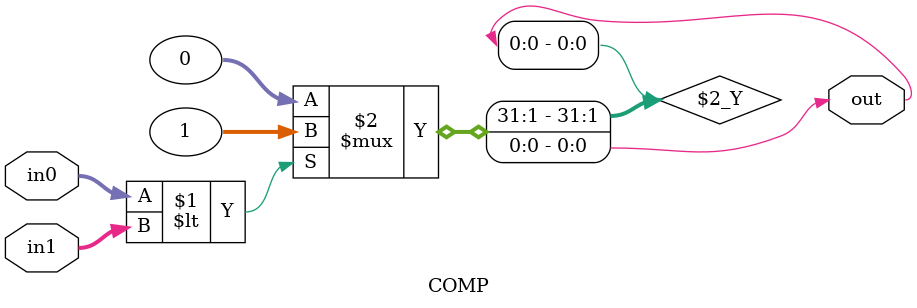
<source format=v>
`timescale 1ns / 1ps


module COMP(
           input [7:0] in0,
           input [7:0] in1,
           output out
            );
            
    assign out = (in0 < in1)? 1:0;       
            
endmodule

</source>
